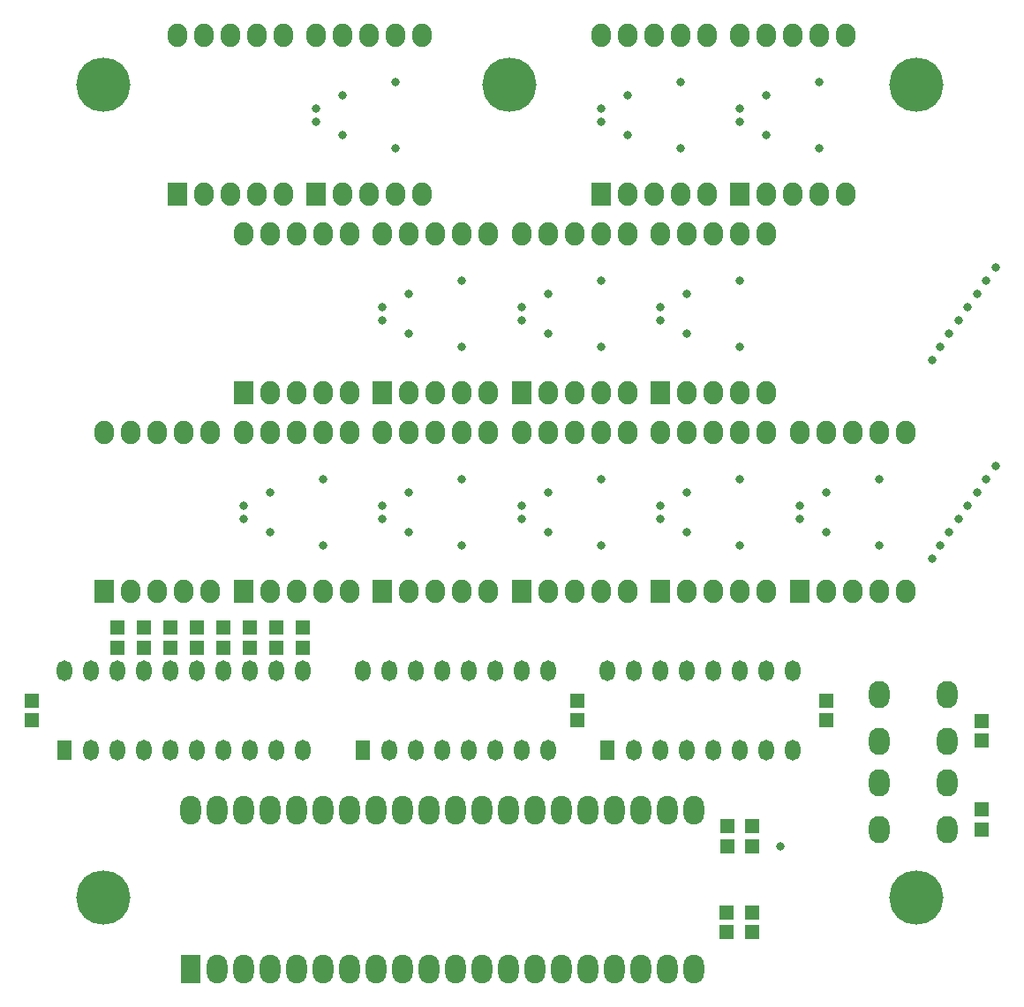
<source format=gts>
G04 Layer_Color=8388736*
%FSLAX25Y25*%
%MOIN*%
G70*
G01*
G75*
%ADD24R,0.05524X0.05288*%
%ADD25O,0.07300X0.08800*%
%ADD26R,0.07300X0.08800*%
%ADD27R,0.05800X0.07800*%
%ADD28O,0.05800X0.07800*%
%ADD29C,0.20485*%
%ADD30R,0.07800X0.10800*%
%ADD31O,0.07800X0.10800*%
%ADD32O,0.07887X0.10249*%
%ADD33C,0.03200*%
D24*
X12500Y113740D02*
D03*
Y106260D02*
D03*
X275000Y33740D02*
D03*
Y26260D02*
D03*
X218500Y113740D02*
D03*
Y106260D02*
D03*
X312500Y113740D02*
D03*
Y106260D02*
D03*
X115000Y141240D02*
D03*
Y133760D02*
D03*
X105000Y141240D02*
D03*
Y133760D02*
D03*
X95000Y141240D02*
D03*
Y133760D02*
D03*
X85000Y141240D02*
D03*
Y133760D02*
D03*
X75000Y141240D02*
D03*
Y133760D02*
D03*
X65000Y141240D02*
D03*
Y133760D02*
D03*
X55000Y141240D02*
D03*
Y133760D02*
D03*
X45000Y141240D02*
D03*
Y133760D02*
D03*
X371063Y106102D02*
D03*
Y98622D02*
D03*
Y72638D02*
D03*
Y65158D02*
D03*
X284500Y26260D02*
D03*
Y33740D02*
D03*
X275197Y58858D02*
D03*
Y66339D02*
D03*
X284646Y58858D02*
D03*
Y66339D02*
D03*
D25*
X80000Y215000D02*
D03*
X70000D02*
D03*
X60000D02*
D03*
X50000D02*
D03*
X40000D02*
D03*
X80000Y155000D02*
D03*
X70000D02*
D03*
X60000D02*
D03*
X50000D02*
D03*
X132500Y215000D02*
D03*
X122500D02*
D03*
X112500D02*
D03*
X102500D02*
D03*
X92500D02*
D03*
X132500Y155000D02*
D03*
X122500D02*
D03*
X112500D02*
D03*
X102500D02*
D03*
X185000Y215000D02*
D03*
X175000D02*
D03*
X165000D02*
D03*
X155000D02*
D03*
X145000D02*
D03*
X185000Y155000D02*
D03*
X175000D02*
D03*
X165000D02*
D03*
X155000D02*
D03*
X237500Y215000D02*
D03*
X227500D02*
D03*
X217500D02*
D03*
X207500D02*
D03*
X197500D02*
D03*
X237500Y155000D02*
D03*
X227500D02*
D03*
X217500D02*
D03*
X207500D02*
D03*
X290000Y215000D02*
D03*
X280000D02*
D03*
X270000D02*
D03*
X260000D02*
D03*
X250000D02*
D03*
X290000Y155000D02*
D03*
X280000D02*
D03*
X270000D02*
D03*
X260000D02*
D03*
X342500Y215000D02*
D03*
X332500D02*
D03*
X322500D02*
D03*
X312500D02*
D03*
X302500D02*
D03*
X342500Y155000D02*
D03*
X332500D02*
D03*
X322500D02*
D03*
X312500D02*
D03*
X107500Y365000D02*
D03*
X97500D02*
D03*
X87500D02*
D03*
X77500D02*
D03*
X67500D02*
D03*
X107500Y305000D02*
D03*
X97500D02*
D03*
X87500D02*
D03*
X77500D02*
D03*
X160000Y365000D02*
D03*
X150000D02*
D03*
X140000D02*
D03*
X130000D02*
D03*
X120000D02*
D03*
X160000Y305000D02*
D03*
X150000D02*
D03*
X140000D02*
D03*
X130000D02*
D03*
X267500Y365000D02*
D03*
X257500D02*
D03*
X247500D02*
D03*
X237500D02*
D03*
X227500D02*
D03*
X267500Y305000D02*
D03*
X257500D02*
D03*
X247500D02*
D03*
X237500D02*
D03*
X320000Y365000D02*
D03*
X310000D02*
D03*
X300000D02*
D03*
X290000D02*
D03*
X280000D02*
D03*
X320000Y305000D02*
D03*
X310000D02*
D03*
X300000D02*
D03*
X290000D02*
D03*
X132500Y290000D02*
D03*
X122500D02*
D03*
X112500D02*
D03*
X102500D02*
D03*
X92500D02*
D03*
X132500Y230000D02*
D03*
X122500D02*
D03*
X112500D02*
D03*
X102500D02*
D03*
X185000Y290000D02*
D03*
X175000D02*
D03*
X165000D02*
D03*
X155000D02*
D03*
X145000D02*
D03*
X185000Y230000D02*
D03*
X175000D02*
D03*
X165000D02*
D03*
X155000D02*
D03*
X237500Y290000D02*
D03*
X227500D02*
D03*
X217500D02*
D03*
X207500D02*
D03*
X197500D02*
D03*
X237500Y230000D02*
D03*
X227500D02*
D03*
X217500D02*
D03*
X207500D02*
D03*
X290000Y290000D02*
D03*
X280000D02*
D03*
X270000D02*
D03*
X260000D02*
D03*
X250000D02*
D03*
X290000Y230000D02*
D03*
X280000D02*
D03*
X270000D02*
D03*
X260000D02*
D03*
D26*
X40000Y155000D02*
D03*
X92500D02*
D03*
X145000D02*
D03*
X197500D02*
D03*
X250000D02*
D03*
X302500D02*
D03*
X67500Y305000D02*
D03*
X120000D02*
D03*
X227500D02*
D03*
X280000D02*
D03*
X92500Y230000D02*
D03*
X145000D02*
D03*
X197500D02*
D03*
X250000D02*
D03*
D27*
X230000Y95000D02*
D03*
X137500D02*
D03*
X25000D02*
D03*
D28*
X240000D02*
D03*
X250000D02*
D03*
X260000D02*
D03*
X270000D02*
D03*
X280000D02*
D03*
X290000D02*
D03*
X300000D02*
D03*
X230000Y125000D02*
D03*
X240000D02*
D03*
X250000D02*
D03*
X260000D02*
D03*
X270000D02*
D03*
X280000D02*
D03*
X290000D02*
D03*
X300000D02*
D03*
X147500Y95000D02*
D03*
X157500D02*
D03*
X167500D02*
D03*
X177500D02*
D03*
X187500D02*
D03*
X197500D02*
D03*
X207500D02*
D03*
X137500Y125000D02*
D03*
X147500D02*
D03*
X157500D02*
D03*
X167500D02*
D03*
X177500D02*
D03*
X187500D02*
D03*
X197500D02*
D03*
X207500D02*
D03*
X35000Y95000D02*
D03*
X45000D02*
D03*
X55000D02*
D03*
X65000D02*
D03*
X75000D02*
D03*
X85000D02*
D03*
X95000D02*
D03*
X105000D02*
D03*
X115000D02*
D03*
X25000Y125000D02*
D03*
X35000D02*
D03*
X45000D02*
D03*
X55000D02*
D03*
X65000D02*
D03*
X75000D02*
D03*
X85000D02*
D03*
X95000D02*
D03*
X105000D02*
D03*
X115000D02*
D03*
D29*
X39370Y39370D02*
D03*
Y346457D02*
D03*
X346457D02*
D03*
Y39370D02*
D03*
X192913Y346457D02*
D03*
D30*
X72500Y12500D02*
D03*
D31*
X82500D02*
D03*
X92500D02*
D03*
X102500D02*
D03*
X112500D02*
D03*
X122500D02*
D03*
X132500D02*
D03*
X142500D02*
D03*
X152500D02*
D03*
X162500D02*
D03*
X172500D02*
D03*
X182500D02*
D03*
X192500D02*
D03*
X202500D02*
D03*
X212500D02*
D03*
X222500D02*
D03*
X232500D02*
D03*
X242500D02*
D03*
X252500D02*
D03*
X262500D02*
D03*
X72500Y72500D02*
D03*
X82500D02*
D03*
X92500D02*
D03*
X102500D02*
D03*
X112500D02*
D03*
X122500D02*
D03*
X132500D02*
D03*
X142500D02*
D03*
X152500D02*
D03*
X162500D02*
D03*
X172500D02*
D03*
X182500D02*
D03*
X192500D02*
D03*
X202500D02*
D03*
X212500D02*
D03*
X222500D02*
D03*
X232500D02*
D03*
X242500D02*
D03*
X252500D02*
D03*
X262500D02*
D03*
D32*
X358268Y116142D02*
D03*
X332677D02*
D03*
X358268Y98425D02*
D03*
X332677D02*
D03*
X358268Y82677D02*
D03*
X332677D02*
D03*
X358268Y64961D02*
D03*
X332677D02*
D03*
D33*
X92500Y182500D02*
D03*
X102500Y177500D02*
D03*
X122500Y172500D02*
D03*
X92500Y187500D02*
D03*
X102500Y192500D02*
D03*
X122500Y197500D02*
D03*
X175000D02*
D03*
X155000Y192500D02*
D03*
X145000Y187500D02*
D03*
X175000Y172500D02*
D03*
X155000Y177500D02*
D03*
X145000Y182500D02*
D03*
X227500Y197500D02*
D03*
X207500Y192500D02*
D03*
X197500Y187500D02*
D03*
X227500Y172500D02*
D03*
X207500Y177500D02*
D03*
X197500Y182500D02*
D03*
X280000Y197500D02*
D03*
X260000Y192500D02*
D03*
X250000Y187500D02*
D03*
X280000Y172500D02*
D03*
X260000Y177500D02*
D03*
X250000Y182500D02*
D03*
X332500Y197500D02*
D03*
X312500Y192500D02*
D03*
X302500Y187500D02*
D03*
X332500Y172500D02*
D03*
X312500Y177500D02*
D03*
X302500Y182500D02*
D03*
X250000Y257500D02*
D03*
X260000Y252500D02*
D03*
X280000Y247500D02*
D03*
X250000Y262500D02*
D03*
X260000Y267500D02*
D03*
X280000Y272500D02*
D03*
X197500Y257500D02*
D03*
X207500Y252500D02*
D03*
X227500Y247500D02*
D03*
X197500Y262500D02*
D03*
X207500Y267500D02*
D03*
X227500Y272500D02*
D03*
X175000D02*
D03*
X155000Y267500D02*
D03*
X145000Y262500D02*
D03*
X175000Y247500D02*
D03*
X155000Y252500D02*
D03*
X145000Y257500D02*
D03*
X150000Y347500D02*
D03*
X130000Y342500D02*
D03*
X120000Y337500D02*
D03*
X150000Y322500D02*
D03*
X130000Y327500D02*
D03*
X120000Y332500D02*
D03*
X227500D02*
D03*
X237500Y327500D02*
D03*
X257500Y322500D02*
D03*
X227500Y337500D02*
D03*
X237500Y342500D02*
D03*
X257500Y347500D02*
D03*
X280000Y332500D02*
D03*
X290000Y327500D02*
D03*
X310000Y322500D02*
D03*
X280000Y337500D02*
D03*
X290000Y342500D02*
D03*
X310000Y347500D02*
D03*
X352500Y167500D02*
D03*
X355500Y172500D02*
D03*
X359000Y177500D02*
D03*
X362500Y182500D02*
D03*
X366000Y187500D02*
D03*
X369500Y192500D02*
D03*
X373000Y197500D02*
D03*
X376500Y202500D02*
D03*
Y277500D02*
D03*
X373000Y272500D02*
D03*
X369500Y267500D02*
D03*
X366000Y262500D02*
D03*
X362500Y257500D02*
D03*
X359000Y252500D02*
D03*
X355500Y247500D02*
D03*
X352500Y242500D02*
D03*
X295079Y58858D02*
D03*
M02*

</source>
